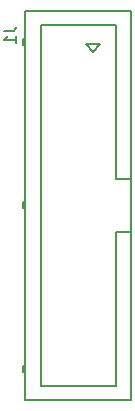
<source format=gbr>
%TF.GenerationSoftware,KiCad,Pcbnew,(5.1.10)-1*%
%TF.CreationDate,2021-06-21T21:07:17+02:00*%
%TF.ProjectId,Funk_v2,46756e6b-5f76-4322-9e6b-696361645f70,rev?*%
%TF.SameCoordinates,Original*%
%TF.FileFunction,Legend,Bot*%
%TF.FilePolarity,Positive*%
%FSLAX46Y46*%
G04 Gerber Fmt 4.6, Leading zero omitted, Abs format (unit mm)*
G04 Created by KiCad (PCBNEW (5.1.10)-1) date 2021-06-21 21:07:17*
%MOMM*%
%LPD*%
G01*
G04 APERTURE LIST*
%ADD10C,0.150000*%
G04 APERTURE END LIST*
D10*
%TO.C,J1*%
X236372000Y-55382000D02*
X227432000Y-55382000D01*
X227432000Y-55382000D02*
X227432000Y-88382000D01*
X227432000Y-88382000D02*
X236372000Y-88382000D01*
X236372000Y-88382000D02*
X236372000Y-55382000D01*
X236372000Y-69657000D02*
X235072000Y-69657000D01*
X235072000Y-69657000D02*
X235072000Y-56582000D01*
X235072000Y-56582000D02*
X228732000Y-56582000D01*
X228732000Y-56582000D02*
X228732000Y-87182000D01*
X228732000Y-87182000D02*
X235072000Y-87182000D01*
X235072000Y-87182000D02*
X235072000Y-74107000D01*
X235072000Y-74107000D02*
X236372000Y-74107000D01*
X227432000Y-71632000D02*
X227232000Y-71632000D01*
X227232000Y-71632000D02*
X227232000Y-72132000D01*
X227232000Y-72132000D02*
X227432000Y-72132000D01*
X227332000Y-71632000D02*
X227332000Y-72132000D01*
X227432000Y-85462000D02*
X227232000Y-85462000D01*
X227232000Y-85462000D02*
X227232000Y-85962000D01*
X227232000Y-85962000D02*
X227432000Y-85962000D01*
X227332000Y-85462000D02*
X227332000Y-85962000D01*
X227432000Y-57802000D02*
X227232000Y-57802000D01*
X227232000Y-57802000D02*
X227232000Y-58302000D01*
X227232000Y-58302000D02*
X227432000Y-58302000D01*
X227332000Y-57802000D02*
X227332000Y-58302000D01*
X233772000Y-58252000D02*
X232572000Y-58252000D01*
X232572000Y-58252000D02*
X233172000Y-58852000D01*
X233172000Y-58852000D02*
X233772000Y-58252000D01*
X225624380Y-57118666D02*
X226338666Y-57118666D01*
X226481523Y-57071047D01*
X226576761Y-56975809D01*
X226624380Y-56832952D01*
X226624380Y-56737714D01*
X226624380Y-58118666D02*
X226624380Y-57547238D01*
X226624380Y-57832952D02*
X225624380Y-57832952D01*
X225767238Y-57737714D01*
X225862476Y-57642476D01*
X225910095Y-57547238D01*
%TD*%
M02*

</source>
